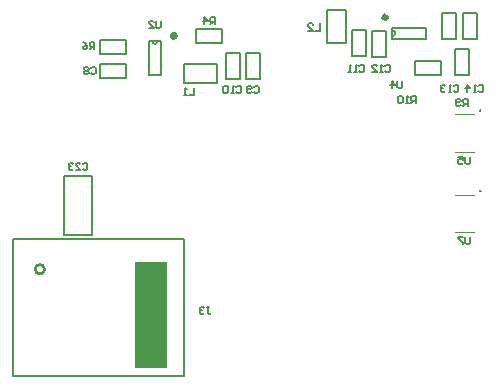
<source format=gbo>
G04*
G04 #@! TF.GenerationSoftware,Altium Limited,Altium Designer,18.1.9 (240)*
G04*
G04 Layer_Color=32896*
%FSLAX25Y25*%
%MOIN*%
G70*
G01*
G75*
%ADD10C,0.02756*%
%ADD11C,0.00787*%
%ADD12C,0.01968*%
%ADD13C,0.01000*%
%ADD14C,0.00591*%
%ADD77C,0.00394*%
%ADD78R,0.11024X0.35433*%
D10*
X55590Y123335D02*
G03*
X55590Y123335I-39J0D01*
G01*
D11*
X128445Y123278D02*
G03*
X128445Y125148I0J935D01*
G01*
X48278Y121661D02*
G03*
X50148Y121661I935J0D01*
G01*
X128445Y122441D02*
Y125148D01*
Y123278D02*
Y125984D01*
X139665D01*
Y122441D02*
Y125984D01*
X128445Y122441D02*
X139665D01*
X59055Y107783D02*
Y114083D01*
X70079D01*
Y107783D02*
Y114083D01*
X59055Y107783D02*
X70079D01*
X106693Y120866D02*
X112992D01*
X106693D02*
Y131890D01*
X112992D01*
Y120866D02*
Y131890D01*
X1969Y10118D02*
X58858D01*
X1969D02*
Y55590D01*
X58858D01*
Y10118D02*
Y55590D01*
X18898Y57087D02*
X28346D01*
X18898D02*
Y76772D01*
X28346D01*
Y57087D02*
Y76772D01*
X31102Y114083D02*
X39764D01*
Y109358D02*
Y114083D01*
X31102Y109358D02*
X39764D01*
X31102D02*
Y114083D01*
X79527Y108965D02*
Y117626D01*
X84252D01*
Y108965D02*
Y117626D01*
X79527Y108965D02*
X84252D01*
X72835Y108965D02*
Y117626D01*
X77559D01*
Y108965D02*
Y117626D01*
X72835Y108965D02*
X77559D01*
X119685Y116535D02*
Y125197D01*
X114961Y116535D02*
X119685D01*
X114961D02*
Y125197D01*
X119685D01*
X126378Y116323D02*
Y124984D01*
X121653Y116323D02*
X126378D01*
X121653D02*
Y124984D01*
X126378D01*
X149606Y122228D02*
Y130890D01*
X144882Y122228D02*
X149606D01*
X144882D02*
Y130890D01*
X149606D01*
X156614Y122228D02*
Y130890D01*
X151890Y122228D02*
X156614D01*
X151890D02*
Y130890D01*
X156614D01*
X62992Y125591D02*
X71653D01*
Y120866D02*
Y125591D01*
X62992Y120866D02*
X71653D01*
X62992D02*
Y125591D01*
X31102Y122153D02*
X39764D01*
Y117429D02*
Y122153D01*
X31102Y117429D02*
X39764D01*
X31102D02*
Y122153D01*
X149213Y110236D02*
Y118898D01*
X153937D01*
Y110236D02*
Y118898D01*
X149213Y110236D02*
X153937D01*
X135827Y114961D02*
X144488D01*
Y110236D02*
Y114961D01*
X135827Y110236D02*
X144488D01*
X135827D02*
Y114961D01*
X47244Y121661D02*
X50148D01*
X48278D02*
X51181D01*
Y110441D02*
Y121661D01*
X47244Y110441D02*
X51181D01*
X47244D02*
Y121661D01*
D12*
X126378Y129528D02*
G03*
X126378Y129528I-394J0D01*
G01*
D13*
X12500Y45551D02*
G03*
X12500Y45551I-1575J0D01*
G01*
D14*
X131693Y108267D02*
Y106299D01*
X131299Y105905D01*
X130512D01*
X130119Y106299D01*
Y108267D01*
X128151Y105905D02*
Y108267D01*
X129332Y107086D01*
X127757D01*
X62205Y105983D02*
Y103622D01*
X60630D01*
X59843D02*
X59056D01*
X59450D01*
Y105983D01*
X59843Y105590D01*
X154331Y56299D02*
Y54331D01*
X153937Y53937D01*
X153150D01*
X152756Y54331D01*
Y56299D01*
X151969D02*
X150395D01*
Y55905D01*
X151969Y54331D01*
Y53937D01*
X154331Y83070D02*
Y81102D01*
X153937Y80709D01*
X153150D01*
X152756Y81102D01*
Y83070D01*
X150395D02*
X151969D01*
Y81889D01*
X151182Y82283D01*
X150789D01*
X150395Y81889D01*
Y81102D01*
X150789Y80709D01*
X151576D01*
X151969Y81102D01*
X51181Y128346D02*
Y126378D01*
X50788Y125984D01*
X50000D01*
X49607Y126378D01*
Y128346D01*
X47245Y125984D02*
X48820D01*
X47245Y127559D01*
Y127952D01*
X47639Y128346D01*
X48426D01*
X48820Y127952D01*
X136181Y100866D02*
Y103228D01*
X135000D01*
X134607Y102834D01*
Y102047D01*
X135000Y101653D01*
X136181D01*
X135394D02*
X134607Y100866D01*
X133820D02*
X133033D01*
X133426D01*
Y103228D01*
X133820Y102834D01*
X131852D02*
X131458Y103228D01*
X130671D01*
X130278Y102834D01*
Y101260D01*
X130671Y100866D01*
X131458D01*
X131852Y101260D01*
Y102834D01*
X153543Y100000D02*
Y102361D01*
X152363D01*
X151969Y101968D01*
Y101181D01*
X152363Y100787D01*
X153543D01*
X152756D02*
X151969Y100000D01*
X151182Y100394D02*
X150788Y100000D01*
X150001D01*
X149608Y100394D01*
Y101968D01*
X150001Y102361D01*
X150788D01*
X151182Y101968D01*
Y101574D01*
X150788Y101181D01*
X149608D01*
X29134Y118898D02*
Y121259D01*
X27953D01*
X27560Y120865D01*
Y120078D01*
X27953Y119685D01*
X29134D01*
X28347D02*
X27560Y118898D01*
X25198Y121259D02*
X25985Y120865D01*
X26772Y120078D01*
Y119291D01*
X26379Y118898D01*
X25592D01*
X25198Y119291D01*
Y119685D01*
X25592Y120078D01*
X26772D01*
X69291Y127165D02*
Y129527D01*
X68111D01*
X67717Y129133D01*
Y128346D01*
X68111Y127953D01*
X69291D01*
X68504D02*
X67717Y127165D01*
X65749D02*
Y129527D01*
X66930Y128346D01*
X65356D01*
X104331Y127509D02*
Y125148D01*
X102756D01*
X100395D02*
X101969D01*
X100395Y126722D01*
Y127115D01*
X100788Y127509D01*
X101576D01*
X101969Y127115D01*
X66536Y33070D02*
X67323D01*
X66930D01*
Y31102D01*
X67323Y30709D01*
X67717D01*
X68110Y31102D01*
X65749Y32677D02*
X65355Y33070D01*
X64568D01*
X64174Y32677D01*
Y32283D01*
X64568Y31889D01*
X64962D01*
X64568D01*
X64174Y31496D01*
Y31102D01*
X64568Y30709D01*
X65355D01*
X65749Y31102D01*
X25197Y80708D02*
X25591Y81102D01*
X26378D01*
X26772Y80708D01*
Y79134D01*
X26378Y78740D01*
X25591D01*
X25197Y79134D01*
X22836Y78740D02*
X24410D01*
X22836Y80314D01*
Y80708D01*
X23230Y81102D01*
X24017D01*
X24410Y80708D01*
X22049D02*
X21655Y81102D01*
X20868D01*
X20474Y80708D01*
Y80314D01*
X20868Y79921D01*
X21262D01*
X20868D01*
X20474Y79527D01*
Y79134D01*
X20868Y78740D01*
X21655D01*
X22049Y79134D01*
X157087Y106692D02*
X157481Y107086D01*
X158268D01*
X158661Y106692D01*
Y105118D01*
X158268Y104724D01*
X157481D01*
X157087Y105118D01*
X156300Y104724D02*
X155513D01*
X155906D01*
Y107086D01*
X156300Y106692D01*
X153151Y104724D02*
Y107086D01*
X154332Y105905D01*
X152758D01*
X148819Y106692D02*
X149213Y107086D01*
X150000D01*
X150394Y106692D01*
Y105118D01*
X150000Y104724D01*
X149213D01*
X148819Y105118D01*
X148032Y104724D02*
X147245D01*
X147639D01*
Y107086D01*
X148032Y106692D01*
X146064D02*
X145671Y107086D01*
X144884D01*
X144490Y106692D01*
Y106299D01*
X144884Y105905D01*
X145277D01*
X144884D01*
X144490Y105512D01*
Y105118D01*
X144884Y104724D01*
X145671D01*
X146064Y105118D01*
X125985Y113385D02*
X126378Y113779D01*
X127165D01*
X127559Y113385D01*
Y111811D01*
X127165Y111417D01*
X126378D01*
X125985Y111811D01*
X125198Y111417D02*
X124410D01*
X124804D01*
Y113779D01*
X125198Y113385D01*
X121655Y111417D02*
X123230D01*
X121655Y112992D01*
Y113385D01*
X122049Y113779D01*
X122836D01*
X123230Y113385D01*
X117323D02*
X117717Y113779D01*
X118504D01*
X118898Y113385D01*
Y111811D01*
X118504Y111417D01*
X117717D01*
X117323Y111811D01*
X116536Y111417D02*
X115749D01*
X116143D01*
Y113779D01*
X116536Y113385D01*
X114568Y111417D02*
X113781D01*
X114175D01*
Y113779D01*
X114568Y113385D01*
X76379Y106299D02*
X76772Y106692D01*
X77559D01*
X77953Y106299D01*
Y104724D01*
X77559Y104331D01*
X76772D01*
X76379Y104724D01*
X75591Y104331D02*
X74804D01*
X75198D01*
Y106692D01*
X75591Y106299D01*
X73624D02*
X73230Y106692D01*
X72443D01*
X72049Y106299D01*
Y104724D01*
X72443Y104331D01*
X73230D01*
X73624Y104724D01*
Y106299D01*
X82284D02*
X82678Y106692D01*
X83465D01*
X83858Y106299D01*
Y104724D01*
X83465Y104331D01*
X82678D01*
X82284Y104724D01*
X81497D02*
X81103Y104331D01*
X80316D01*
X79922Y104724D01*
Y106299D01*
X80316Y106692D01*
X81103D01*
X81497Y106299D01*
Y105905D01*
X81103Y105511D01*
X79922D01*
X27953Y112598D02*
X28347Y112991D01*
X29134D01*
X29528Y112598D01*
Y111023D01*
X29134Y110630D01*
X28347D01*
X27953Y111023D01*
X27166Y112598D02*
X26773Y112991D01*
X25985D01*
X25592Y112598D01*
Y112204D01*
X25985Y111811D01*
X25592Y111417D01*
Y111023D01*
X25985Y110630D01*
X26773D01*
X27166Y111023D01*
Y111417D01*
X26773Y111811D01*
X27166Y112204D01*
Y112598D01*
X26773Y111811D02*
X25985D01*
D77*
X157283Y71653D02*
G03*
X157284Y71660I391J-46D01*
G01*
X157283Y98425D02*
G03*
X157284Y98431I391J-46D01*
G01*
X149409Y70472D02*
X155709D01*
X149409Y57874D02*
X155709D01*
X149409Y97244D02*
X155709D01*
X149409Y84646D02*
X155709D01*
D78*
X47835Y30296D02*
D03*
M02*

</source>
